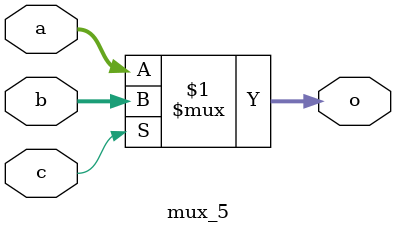
<source format=v>
`timescale 1ns / 1ps


module mux_32(input [31:0] a,
              input [31:0] b,
              input        c,
              output [31:0] o
               );
               assign o=c?b:a;
endmodule
module mux_5(input [4:0] a,
             input [4:0] b,
             input       c,
              output [4:0] o
               );
               assign o=c?b:a;
endmodule

</source>
